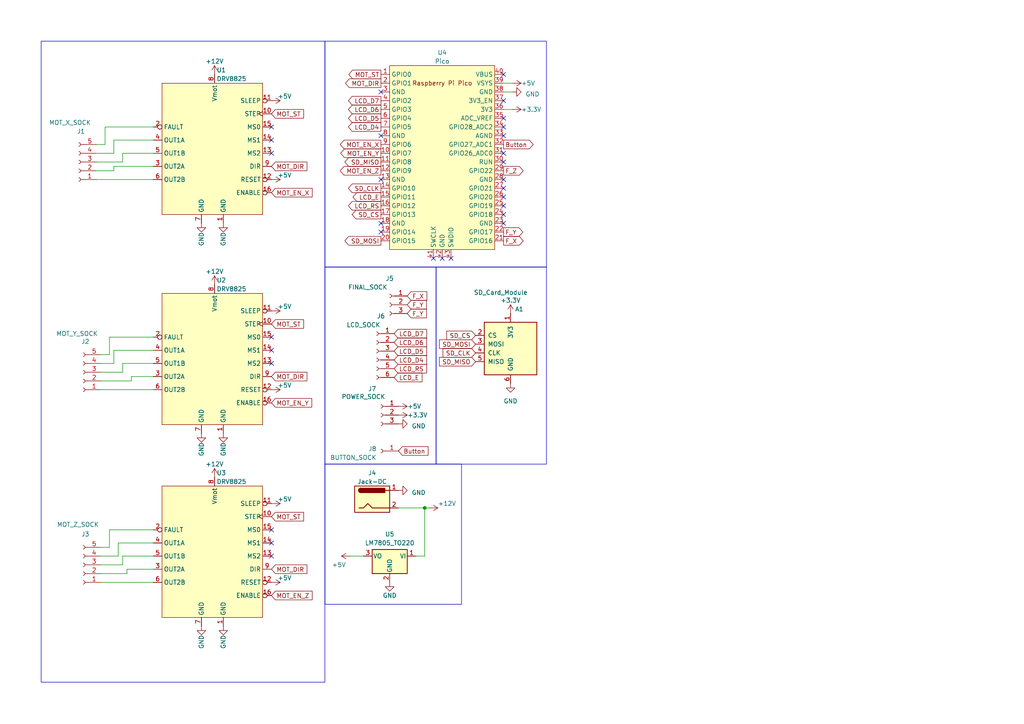
<source format=kicad_sch>
(kicad_sch (version 20230121) (generator eeschema)
  (paper "A4")
  (lib_symbols
    (symbol "ATSS_Library:DRV8825"
      (property "Reference" "U" (at -5.08 8.89 0))
      (property "Value" "DRV8825" (at 6.35 -12.7 0))
      (symbol "DRV8825_1_1"
        (rectangle (start -7.62 6.35) (end 21.59 -31.75) (fill (type background)))
        (pin input line (at 3.81 -34.29 90) (length 2.54) (name "GND") (number "1"))
        (pin input clock (at -10.16 -2.54 0) (length 2.54) (name "STEP") (number "10"))
        (pin input inverted (at -10.16 1.27 0) (length 2.54) (name "SLEEP") (number "11"))
        (pin input inverted (at -10.16 -21.59 0) (length 2.54) (name "RESET") (number "12"))
        (pin input line (at -10.16 -13.97 0) (length 2.54) (name "MS2") (number "13"))
        (pin input line (at -10.16 -10.16 0) (length 2.54) (name "MS1") (number "14"))
        (pin input line (at -10.16 -6.35 0) (length 2.54) (name "MS0") (number "15"))
        (pin input inverted (at -10.16 -25.4 0) (length 2.54) (name "ENABLE") (number "16"))
        (pin output inverted (at 24.13 -6.35 180) (length 2.54) (name "FAULT") (number "2"))
        (pin output line (at 24.13 -17.78 180) (length 2.54) (name "OUT2A") (number "3"))
        (pin output line (at 24.13 -10.16 180) (length 2.54) (name "OUT1A") (number "4"))
        (pin output line (at 24.13 -13.97 180) (length 2.54) (name "OUT1B") (number "5"))
        (pin output line (at 24.13 -21.59 180) (length 2.54) (name "OUT2B") (number "6"))
        (pin input line (at 10.16 -34.29 90) (length 2.54) (name "GND") (number "7"))
        (pin input line (at 6.35 8.89 270) (length 2.54) (name "Vmot") (number "8"))
        (pin input line (at -10.16 -17.78 0) (length 2.54) (name "DIR") (number "9"))
      )
    )
    (symbol "Arduino_Peripherals:SD_Card_Module" (pin_names (offset 1.016))
      (property "Reference" "A" (at -7.62 10.16 0))
      (property "Value" "SD_Card_Module" (at 10.16 10.16 0))
      (symbol "SD_Card_Module_0_1"
        (rectangle (start -7.62 7.62) (end 7.62 -7.62) (stroke (width 0.254)) (fill (type background)))
      )
      (symbol "SD_Card_Module_1_1"
        (pin power_in line (at 0 10.16 270) (length 2.54) (name "3V3") (number "1"))
        (pin input line (at -10.16 3.81 0) (length 2.54) (name "CS") (number "2"))
        (pin input line (at -10.16 1.27 0) (length 2.54) (name "MOSI") (number "3"))
        (pin input line (at -10.16 -1.27 0) (length 2.54) (name "CLK") (number "4"))
        (pin output line (at -10.16 -3.81 0) (length 2.54) (name "MISO") (number "5"))
        (pin power_in line (at 0 -10.16 90) (length 2.54) (name "GND") (number "6"))
      )
    )
    (symbol "Connector:Conn_01x01_Socket" (pin_names (offset 1.016) hide)
      (property "Reference" "J" (at 0 2.54 0))
      (property "Value" "Conn_01x01_Socket" (at 0 -2.54 0))
      (symbol "Conn_01x01_Socket_1_1"
        (polyline (pts (xy -1.27 0) (xy -0.508 0)) (stroke (width 0.1524)))
        (arc (start 0 0.508) (mid -0.5058 0) (end 0 -0.508) (stroke (width 0.1524)))
        (pin passive line (at -5.08 0 0) (length 3.81) (name "Pin_1") (number "1"))
      )
    )
    (symbol "Connector:Conn_01x03_Socket" (pin_names (offset 1.016) hide)
      (property "Reference" "J" (at 0 5.08 0))
      (property "Value" "Conn_01x03_Socket" (at 0 -5.08 0))
      (symbol "Conn_01x03_Socket_1_1"
        (arc (start 0 -2.032) (mid -0.5058 -2.54) (end 0 -3.048) (stroke (width 0.1524)))
        (polyline (pts (xy -1.27 -2.54) (xy -0.508 -2.54)) (stroke (width 0.1524)))
        (polyline (pts (xy -1.27 0) (xy -0.508 0)) (stroke (width 0.1524)))
        (polyline (pts (xy -1.27 2.54) (xy -0.508 2.54)) (stroke (width 0.1524)))
        (arc (start 0 0.508) (mid -0.5058 0) (end 0 -0.508) (stroke (width 0.1524)))
        (arc (start 0 3.048) (mid -0.5058 2.54) (end 0 2.032) (stroke (width 0.1524)))
        (pin passive line (at -5.08 2.54 0) (length 3.81) (name "Pin_1") (number "1"))
        (pin passive line (at -5.08 0 0) (length 3.81) (name "Pin_2") (number "2"))
        (pin passive line (at -5.08 -2.54 0) (length 3.81) (name "Pin_3") (number "3"))
      )
    )
    (symbol "Connector:Conn_01x05_Socket" (pin_names (offset 1.016) hide)
      (property "Reference" "J" (at 0 7.62 0))
      (property "Value" "Conn_01x05_Socket" (at 0 -7.62 0))
      (symbol "Conn_01x05_Socket_1_1"
        (arc (start 0 -4.572) (mid -0.5058 -5.08) (end 0 -5.588) (stroke (width 0.1524)))
        (arc (start 0 -2.032) (mid -0.5058 -2.54) (end 0 -3.048) (stroke (width 0.1524)))
        (polyline (pts (xy -1.27 -5.08) (xy -0.508 -5.08)) (stroke (width 0.1524)))
        (polyline (pts (xy -1.27 -2.54) (xy -0.508 -2.54)) (stroke (width 0.1524)))
        (polyline (pts (xy -1.27 0) (xy -0.508 0)) (stroke (width 0.1524)))
        (polyline (pts (xy -1.27 2.54) (xy -0.508 2.54)) (stroke (width 0.1524)))
        (polyline (pts (xy -1.27 5.08) (xy -0.508 5.08)) (stroke (width 0.1524)))
        (arc (start 0 0.508) (mid -0.5058 0) (end 0 -0.508) (stroke (width 0.1524)))
        (arc (start 0 3.048) (mid -0.5058 2.54) (end 0 2.032) (stroke (width 0.1524)))
        (arc (start 0 5.588) (mid -0.5058 5.08) (end 0 4.572) (stroke (width 0.1524)))
        (pin passive line (at -5.08 5.08 0) (length 3.81) (name "Pin_1") (number "1"))
        (pin passive line (at -5.08 2.54 0) (length 3.81) (name "Pin_2") (number "2"))
        (pin passive line (at -5.08 0 0) (length 3.81) (name "Pin_3") (number "3"))
        (pin passive line (at -5.08 -2.54 0) (length 3.81) (name "Pin_4") (number "4"))
        (pin passive line (at -5.08 -5.08 0) (length 3.81) (name "Pin_5") (number "5"))
      )
    )
    (symbol "Connector:Conn_01x06_Socket" (pin_names (offset 1.016) hide)
      (property "Reference" "J" (at 0 7.62 0))
      (property "Value" "Conn_01x06_Socket" (at 0 -10.16 0))
      (symbol "Conn_01x06_Socket_1_1"
        (arc (start 0 -7.112) (mid -0.5058 -7.62) (end 0 -8.128) (stroke (width 0.1524)))
        (arc (start 0 -4.572) (mid -0.5058 -5.08) (end 0 -5.588) (stroke (width 0.1524)))
        (arc (start 0 -2.032) (mid -0.5058 -2.54) (end 0 -3.048) (stroke (width 0.1524)))
        (polyline (pts (xy -1.27 -7.62) (xy -0.508 -7.62)) (stroke (width 0.1524)))
        (polyline (pts (xy -1.27 -5.08) (xy -0.508 -5.08)) (stroke (width 0.1524)))
        (polyline (pts (xy -1.27 -2.54) (xy -0.508 -2.54)) (stroke (width 0.1524)))
        (polyline (pts (xy -1.27 0) (xy -0.508 0)) (stroke (width 0.1524)))
        (polyline (pts (xy -1.27 2.54) (xy -0.508 2.54)) (stroke (width 0.1524)))
        (polyline (pts (xy -1.27 5.08) (xy -0.508 5.08)) (stroke (width 0.1524)))
        (arc (start 0 0.508) (mid -0.5058 0) (end 0 -0.508) (stroke (width 0.1524)))
        (arc (start 0 3.048) (mid -0.5058 2.54) (end 0 2.032) (stroke (width 0.1524)))
        (arc (start 0 5.588) (mid -0.5058 5.08) (end 0 4.572) (stroke (width 0.1524)))
        (pin passive line (at -5.08 5.08 0) (length 3.81) (name "Pin_1") (number "1"))
        (pin passive line (at -5.08 2.54 0) (length 3.81) (name "Pin_2") (number "2"))
        (pin passive line (at -5.08 0 0) (length 3.81) (name "Pin_3") (number "3"))
        (pin passive line (at -5.08 -2.54 0) (length 3.81) (name "Pin_4") (number "4"))
        (pin passive line (at -5.08 -5.08 0) (length 3.81) (name "Pin_5") (number "5"))
        (pin passive line (at -5.08 -7.62 0) (length 3.81) (name "Pin_6") (number "6"))
      )
    )
    (symbol "Connector:Jack-DC" (pin_names (offset 1.016))
      (property "Reference" "J" (at 0 5.334 0))
      (property "Value" "Jack-DC" (at 0 -5.08 0))
      (symbol "Jack-DC_0_1"
        (rectangle (start -5.08 3.81) (end 5.08 -3.81) (stroke (width 0.254)) (fill (type background)))
        (arc (start -3.302 3.175) (mid -3.9343 2.54) (end -3.302 1.905) (stroke (width 0.254)))
        (arc (start -3.302 3.175) (mid -3.9343 2.54) (end -3.302 1.905) (stroke (width 0.254)) (fill (type outline)))
        (polyline (pts (xy 5.08 2.54) (xy 3.81 2.54)) (stroke (width 0.254)))
        (polyline (pts (xy -3.81 -2.54) (xy -2.54 -2.54) (xy -1.27 -1.27) (xy 0 -2.54) (xy 2.54 -2.54) (xy 5.08 -2.54)) (stroke (width 0.254)))
        (rectangle (start 3.683 3.175) (end -3.302 1.905) (stroke (width 0.254)) (fill (type outline)))
      )
      (symbol "Jack-DC_1_1"
        (pin passive line (at 7.62 2.54 180) (length 2.54) (name "~") (number "1"))
        (pin passive line (at 7.62 -2.54 180) (length 2.54) (name "~") (number "2"))
      )
    )
    (symbol "MCU_RaspberryPi_and_Boards:Pico"
      (property "Reference" "U" (at -13.97 27.94 0))
      (property "Value" "Pico" (at 0 19.05 0))
      (symbol "Pico_0_0"
        (text "Raspberry Pi Pico" (at 0 21.59 0) (effects (font (size 1.27 1.27))))
      )
      (symbol "Pico_0_1"
        (rectangle (start -15.24 26.67) (end 15.24 -26.67) (fill (type background)))
      )
      (symbol "Pico_1_1"
        (pin bidirectional line (at -17.78 24.13 0) (length 2.54) (name "GPIO0") (number "1"))
        (pin bidirectional line (at -17.78 1.27 0) (length 2.54) (name "GPIO7") (number "10"))
        (pin bidirectional line (at -17.78 -1.27 0) (length 2.54) (name "GPIO8") (number "11"))
        (pin bidirectional line (at -17.78 -3.81 0) (length 2.54) (name "GPIO9") (number "12"))
        (pin power_in line (at -17.78 -6.35 0) (length 2.54) (name "GND") (number "13"))
        (pin bidirectional line (at -17.78 -8.89 0) (length 2.54) (name "GPIO10") (number "14"))
        (pin bidirectional line (at -17.78 -11.43 0) (length 2.54) (name "GPIO11") (number "15"))
        (pin bidirectional line (at -17.78 -13.97 0) (length 2.54) (name "GPIO12") (number "16"))
        (pin bidirectional line (at -17.78 -16.51 0) (length 2.54) (name "GPIO13") (number "17"))
        (pin power_in line (at -17.78 -19.05 0) (length 2.54) (name "GND") (number "18"))
        (pin bidirectional line (at -17.78 -21.59 0) (length 2.54) (name "GPIO14") (number "19"))
        (pin bidirectional line (at -17.78 21.59 0) (length 2.54) (name "GPIO1") (number "2"))
        (pin bidirectional line (at -17.78 -24.13 0) (length 2.54) (name "GPIO15") (number "20"))
        (pin bidirectional line (at 17.78 -24.13 180) (length 2.54) (name "GPIO16") (number "21"))
        (pin bidirectional line (at 17.78 -21.59 180) (length 2.54) (name "GPIO17") (number "22"))
        (pin power_in line (at 17.78 -19.05 180) (length 2.54) (name "GND") (number "23"))
        (pin bidirectional line (at 17.78 -16.51 180) (length 2.54) (name "GPIO18") (number "24"))
        (pin bidirectional line (at 17.78 -13.97 180) (length 2.54) (name "GPIO19") (number "25"))
        (pin bidirectional line (at 17.78 -11.43 180) (length 2.54) (name "GPIO20") (number "26"))
        (pin bidirectional line (at 17.78 -8.89 180) (length 2.54) (name "GPIO21") (number "27"))
        (pin power_in line (at 17.78 -6.35 180) (length 2.54) (name "GND") (number "28"))
        (pin bidirectional line (at 17.78 -3.81 180) (length 2.54) (name "GPIO22") (number "29"))
        (pin power_in line (at -17.78 19.05 0) (length 2.54) (name "GND") (number "3"))
        (pin input line (at 17.78 -1.27 180) (length 2.54) (name "RUN") (number "30"))
        (pin bidirectional line (at 17.78 1.27 180) (length 2.54) (name "GPIO26_ADC0") (number "31"))
        (pin bidirectional line (at 17.78 3.81 180) (length 2.54) (name "GPIO27_ADC1") (number "32"))
        (pin power_in line (at 17.78 6.35 180) (length 2.54) (name "AGND") (number "33"))
        (pin bidirectional line (at 17.78 8.89 180) (length 2.54) (name "GPIO28_ADC2") (number "34"))
        (pin power_in line (at 17.78 11.43 180) (length 2.54) (name "ADC_VREF") (number "35"))
        (pin power_in line (at 17.78 13.97 180) (length 2.54) (name "3V3") (number "36"))
        (pin input line (at 17.78 16.51 180) (length 2.54) (name "3V3_EN") (number "37"))
        (pin bidirectional line (at 17.78 19.05 180) (length 2.54) (name "GND") (number "38"))
        (pin power_in line (at 17.78 21.59 180) (length 2.54) (name "VSYS") (number "39"))
        (pin bidirectional line (at -17.78 16.51 0) (length 2.54) (name "GPIO2") (number "4"))
        (pin power_in line (at 17.78 24.13 180) (length 2.54) (name "VBUS") (number "40"))
        (pin input line (at -2.54 -29.21 90) (length 2.54) (name "SWCLK") (number "41"))
        (pin power_in line (at 0 -29.21 90) (length 2.54) (name "GND") (number "42"))
        (pin bidirectional line (at 2.54 -29.21 90) (length 2.54) (name "SWDIO") (number "43"))
        (pin bidirectional line (at -17.78 13.97 0) (length 2.54) (name "GPIO3") (number "5"))
        (pin bidirectional line (at -17.78 11.43 0) (length 2.54) (name "GPIO4") (number "6"))
        (pin bidirectional line (at -17.78 8.89 0) (length 2.54) (name "GPIO5") (number "7"))
        (pin power_in line (at -17.78 6.35 0) (length 2.54) (name "GND") (number "8"))
        (pin bidirectional line (at -17.78 3.81 0) (length 2.54) (name "GPIO6") (number "9"))
      )
    )
    (symbol "Regulator_Linear:LM7805_TO220" (pin_names (offset 0.254))
      (property "Reference" "U" (at -3.81 3.175 0))
      (property "Value" "LM7805_TO220" (at 0 3.175 0))
      (symbol "LM7805_TO220_0_1"
        (rectangle (start -5.08 1.905) (end 5.08 -5.08) (stroke (width 0.254)) (fill (type background)))
      )
      (symbol "LM7805_TO220_1_1"
        (pin power_in line (at -7.62 0 0) (length 2.54) (name "VI") (number "1"))
        (pin power_in line (at 0 -7.62 90) (length 2.54) (name "GND") (number "2"))
        (pin power_out line (at 7.62 0 180) (length 2.54) (name "VO") (number "3"))
      )
    )
    (symbol "power:+12V" (power) (pin_names (offset 0))
      (property "Value" "+12V" (at 0 3.556 0))
      (symbol "+12V_0_1"
        (polyline (pts (xy -0.762 1.27) (xy 0 2.54)))
        (polyline (pts (xy 0 0) (xy 0 2.54)))
        (polyline (pts (xy 0 2.54) (xy 0.762 1.27)))
      )
      (symbol "+12V_1_1"
        (pin power_in line (at 0 0 90) (length 0) hide (name "+12V") (number "1"))
      )
    )
    (symbol "power:+3.3V" (power) (pin_names (offset 0))
      (property "Value" "+3.3V" (at 0 3.556 0))
      (symbol "+3.3V_0_1"
        (polyline (pts (xy -0.762 1.27) (xy 0 2.54)))
        (polyline (pts (xy 0 0) (xy 0 2.54)))
        (polyline (pts (xy 0 2.54) (xy 0.762 1.27)))
      )
      (symbol "+3.3V_1_1"
        (pin power_in line (at 0 0 90) (length 0) hide (name "+3.3V") (number "1"))
      )
    )
    (symbol "power:+5V" (power) (pin_names (offset 0))
      (property "Value" "+5V" (at 0 3.556 0))
      (symbol "+5V_0_1"
        (polyline (pts (xy -0.762 1.27) (xy 0 2.54)))
        (polyline (pts (xy 0 0) (xy 0 2.54)))
        (polyline (pts (xy 0 2.54) (xy 0.762 1.27)))
      )
      (symbol "+5V_1_1"
        (pin power_in line (at 0 0 90) (length 0) hide (name "+5V") (number "1"))
      )
    )
    (symbol "power:GND" (power) (pin_names (offset 0))
      (property "Value" "GND" (at 0 -3.81 0))
      (symbol "GND_0_1"
        (polyline (pts (xy 0 0) (xy 0 -1.27) (xy 1.27 -1.27) (xy 0 -2.54) (xy -1.27 -1.27) (xy 0 -1.27)))
      )
      (symbol "GND_1_1"
        (pin power_in line (at 0 0 270) (length 0) hide (name "GND") (number "1"))
      )
    )
  )
  (junction (at 123.19 147.32))
  (no_connect (at 146.05 21.59))
  (no_connect (at 146.05 59.69))
  (no_connect (at 146.05 64.77))
  (no_connect (at 110.49 26.67))
  (no_connect (at 110.49 67.31))
  (no_connect (at 78.74 101.6))
  (no_connect (at 78.74 44.45))
  (no_connect (at 78.74 105.41))
  (no_connect (at 128.27 74.93))
  (no_connect (at 78.74 161.29))
  (no_connect (at 110.49 64.77))
  (no_connect (at 125.73 74.93))
  (no_connect (at 110.49 52.07))
  (no_connect (at 78.74 36.83))
  (no_connect (at 146.05 52.07))
  (no_connect (at 130.81 74.93))
  (no_connect (at 146.05 29.21))
  (no_connect (at 78.74 157.48))
  (no_connect (at 146.05 62.23))
  (no_connect (at 78.74 97.79))
  (no_connect (at 146.05 39.37))
  (no_connect (at 78.74 153.67))
  (no_connect (at 110.49 39.37))
  (no_connect (at 146.05 36.83))
  (no_connect (at 78.74 40.64))
  (no_connect (at 146.05 54.61))
  (no_connect (at 146.05 44.45))
  (no_connect (at 146.05 46.99))
  (no_connect (at 146.05 34.29))
  (no_connect (at 146.05 57.15))
  (wire (pts (xy 30.48 36.83) (xy 44.45 36.83)))
  (wire (pts (xy 29.21 161.29) (xy 34.29 161.29)))
  (wire (pts (xy 38.1 109.22) (xy 44.45 109.22)))
  (wire (pts (xy 29.21 105.41) (xy 33.02 105.41)))
  (wire (pts (xy 33.02 105.41) (xy 33.02 101.6)))
  (wire (pts (xy 31.75 97.79) (xy 44.45 97.79)))
  (wire (pts (xy 35.56 46.99) (xy 27.94 46.99)))
  (wire (pts (xy 35.56 161.29) (xy 44.45 161.29)))
  (wire (pts (xy 146.05 31.75) (xy 148.59 31.75)))
  (wire (pts (xy 29.21 107.95) (xy 35.56 107.95)))
  (wire (pts (xy 36.83 166.37) (xy 36.83 165.1)))
  (wire (pts (xy 35.56 163.83) (xy 35.56 161.29)))
  (wire (pts (xy 33.02 48.26) (xy 33.02 49.53)))
  (wire (pts (xy 123.19 161.29) (xy 120.65 161.29)))
  (wire (pts (xy 44.45 44.45) (xy 35.56 44.45)))
  (wire (pts (xy 44.45 40.64) (xy 33.02 40.64)))
  (wire (pts (xy 44.45 48.26) (xy 33.02 48.26)))
  (wire (pts (xy 124.46 147.32) (xy 123.19 147.32)))
  (wire (pts (xy 31.75 102.87) (xy 29.21 102.87)))
  (wire (pts (xy 31.75 97.79) (xy 31.75 102.87)))
  (wire (pts (xy 31.75 153.67) (xy 31.75 158.75)))
  (wire (pts (xy 29.21 168.91) (xy 44.45 168.91)))
  (wire (pts (xy 29.21 166.37) (xy 36.83 166.37)))
  (wire (pts (xy 34.29 157.48) (xy 44.45 157.48)))
  (wire (pts (xy 30.48 41.91) (xy 27.94 41.91)))
  (wire (pts (xy 101.6 161.29) (xy 105.41 161.29)))
  (wire (pts (xy 38.1 110.49) (xy 38.1 109.22)))
  (wire (pts (xy 44.45 153.67) (xy 31.75 153.67)))
  (wire (pts (xy 35.56 44.45) (xy 35.56 46.99)))
  (wire (pts (xy 148.59 24.13) (xy 146.05 24.13)))
  (wire (pts (xy 33.02 49.53) (xy 27.94 49.53)))
  (wire (pts (xy 31.75 158.75) (xy 29.21 158.75)))
  (wire (pts (xy 34.29 161.29) (xy 34.29 157.48)))
  (wire (pts (xy 115.57 147.32) (xy 123.19 147.32)))
  (wire (pts (xy 27.94 52.07) (xy 44.45 52.07)))
  (wire (pts (xy 33.02 40.64) (xy 33.02 44.45)))
  (wire (pts (xy 30.48 36.83) (xy 30.48 41.91)))
  (wire (pts (xy 35.56 107.95) (xy 35.56 105.41)))
  (wire (pts (xy 33.02 44.45) (xy 27.94 44.45)))
  (wire (pts (xy 123.19 147.32) (xy 123.19 161.29)))
  (wire (pts (xy 146.05 26.67) (xy 148.59 26.67)))
  (wire (pts (xy 35.56 105.41) (xy 44.45 105.41)))
  (wire (pts (xy 29.21 110.49) (xy 38.1 110.49)))
  (wire (pts (xy 33.02 101.6) (xy 44.45 101.6)))
  (wire (pts (xy 29.21 163.83) (xy 35.56 163.83)))
  (wire (pts (xy 29.21 113.03) (xy 44.45 113.03)))
  (wire (pts (xy 36.83 165.1) (xy 44.45 165.1)))
  (rectangle (start 94.234 11.938) (end 158.496 77.47))
  (rectangle (start 94.234 77.47) (end 126.492 134.62))
  (rectangle (start 11.938 11.938) (end 94.234 197.866))
  (rectangle (start 94.234 134.62) (end 133.858 175.26))
  (rectangle (start 126.492 77.47) (end 158.496 134.62))
  (global_label "MOT_EN_Y" (shape output) (at 110.49 44.45 180) (property "Intersheetrefs" "${INTERSHEET_REFS}" (effects hide)))
  (global_label "LCD_RS" (shape input) (at 114.3 106.934 0) (property "Intersheetrefs" "${INTERSHEET_REFS}" (effects hide)))
  (global_label "LCD_D7" (shape output) (at 110.49 29.21 180) (property "Intersheetrefs" "${INTERSHEET_REFS}" (effects hide)))
  (global_label "LCD_D5" (shape output) (at 110.49 34.29 180) (property "Intersheetrefs" "${INTERSHEET_REFS}" (effects hide)))
  (global_label "SD_CS" (shape input) (at 137.922 97.282 180) (property "Intersheetrefs" "${INTERSHEET_REFS}" (effects hide)))
  (global_label "LCD_RS" (shape output) (at 110.49 59.69 180) (property "Intersheetrefs" "${INTERSHEET_REFS}" (effects hide)))
  (global_label "MOT_ST" (shape output) (at 110.49 21.59 180) (property "Intersheetrefs" "${INTERSHEET_REFS}" (effects hide)))
  (global_label "LCD_D6" (shape output) (at 110.49 31.75 180) (property "Intersheetrefs" "${INTERSHEET_REFS}" (effects hide)))
  (global_label "SD_MISO" (shape input) (at 137.922 104.902 180) (property "Intersheetrefs" "${INTERSHEET_REFS}" (effects hide)))
  (global_label "LCD_D4" (shape input) (at 114.3 104.394 0) (property "Intersheetrefs" "${INTERSHEET_REFS}" (effects hide)))
  (global_label "MOT_DIR" (shape input) (at 78.74 109.22 0) (property "Intersheetrefs" "${INTERSHEET_REFS}" (effects hide)))
  (global_label "MOT_EN_X" (shape output) (at 110.49 41.91 180) (property "Intersheetrefs" "${INTERSHEET_REFS}" (effects hide)))
  (global_label "LCD_D5" (shape input) (at 114.3 101.854 0) (property "Intersheetrefs" "${INTERSHEET_REFS}" (effects hide)))
  (global_label "MOT_ST" (shape input) (at 78.74 149.86 0) (property "Intersheetrefs" "${INTERSHEET_REFS}" (effects hide)))
  (global_label "LCD_D6" (shape input) (at 114.3 99.314 0) (property "Intersheetrefs" "${INTERSHEET_REFS}" (effects hide)))
  (global_label "LCD_E" (shape output) (at 110.49 57.15 180) (property "Intersheetrefs" "${INTERSHEET_REFS}" (effects hide)))
  (global_label "SD_CLK" (shape output) (at 110.49 54.61 180) (property "Intersheetrefs" "${INTERSHEET_REFS}" (effects hide)))
  (global_label "MOT_DIR" (shape output) (at 110.49 24.13 180) (property "Intersheetrefs" "${INTERSHEET_REFS}" (effects hide)))
  (global_label "SD_CLK" (shape input) (at 137.922 102.362 180) (property "Intersheetrefs" "${INTERSHEET_REFS}" (effects hide)))
  (global_label "F_X" (shape input) (at 118.11 85.852 0) (property "Intersheetrefs" "${INTERSHEET_REFS}" (effects hide)))
  (global_label "LCD_D7" (shape input) (at 114.3 96.774 0) (property "Intersheetrefs" "${INTERSHEET_REFS}" (effects hide)))
  (global_label "Button" (shape output) (at 146.05 41.91 0) (property "Intersheetrefs" "${INTERSHEET_REFS}" (effects hide)))
  (global_label "F_Z" (shape output) (at 146.05 49.53 0) (property "Intersheetrefs" "${INTERSHEET_REFS}" (effects hide)))
  (global_label "MOT_EN_Y" (shape input) (at 78.74 116.84 0) (property "Intersheetrefs" "${INTERSHEET_REFS}" (effects hide)))
  (global_label "LCD_E" (shape input) (at 114.3 109.474 0) (property "Intersheetrefs" "${INTERSHEET_REFS}" (effects hide)))
  (global_label "SD_CS" (shape output) (at 110.49 62.23 180) (property "Intersheetrefs" "${INTERSHEET_REFS}" (effects hide)))
  (global_label "SD_MISO" (shape output) (at 110.49 46.99 180) (property "Intersheetrefs" "${INTERSHEET_REFS}" (effects hide)))
  (global_label "MOT_ST" (shape input) (at 78.74 33.02 0) (property "Intersheetrefs" "${INTERSHEET_REFS}" (effects hide)))
  (global_label "MOT_EN_X" (shape input) (at 78.74 55.88 0) (property "Intersheetrefs" "${INTERSHEET_REFS}" (effects hide)))
  (global_label "MOT_DIR" (shape input) (at 78.74 48.26 0) (property "Intersheetrefs" "${INTERSHEET_REFS}" (effects hide)))
  (global_label "MOT_EN_Z" (shape input) (at 78.74 172.72 0) (property "Intersheetrefs" "${INTERSHEET_REFS}" (effects hide)))
  (global_label "F_X" (shape output) (at 146.05 69.85 0) (property "Intersheetrefs" "${INTERSHEET_REFS}" (effects hide)))
  (global_label "MOT_ST" (shape input) (at 78.74 93.98 0) (property "Intersheetrefs" "${INTERSHEET_REFS}" (effects hide)))
  (global_label "SD_MOSI" (shape output) (at 110.49 69.85 180) (property "Intersheetrefs" "${INTERSHEET_REFS}" (effects hide)))
  (global_label "F_Y" (shape output) (at 146.05 67.31 0) (property "Intersheetrefs" "${INTERSHEET_REFS}" (effects hide)))
  (global_label "F_Y" (shape input) (at 118.11 88.392 0) (property "Intersheetrefs" "${INTERSHEET_REFS}" (effects hide)))
  (global_label "Button" (shape input) (at 115.57 130.81 0) (property "Intersheetrefs" "${INTERSHEET_REFS}" (effects hide)))
  (global_label "MOT_EN_Z" (shape output) (at 110.49 49.53 180) (property "Intersheetrefs" "${INTERSHEET_REFS}" (effects hide)))
  (global_label "SD_MOSI" (shape input) (at 137.922 99.822 180) (property "Intersheetrefs" "${INTERSHEET_REFS}" (effects hide)))
  (global_label "MOT_DIR" (shape input) (at 78.74 165.1 0) (property "Intersheetrefs" "${INTERSHEET_REFS}" (effects hide)))
  (global_label "F_Y" (shape input) (at 118.11 90.932 0) (property "Intersheetrefs" "${INTERSHEET_REFS}" (effects hide)))
  (global_label "LCD_D4" (shape output) (at 110.49 36.83 180) (property "Intersheetrefs" "${INTERSHEET_REFS}" (effects hide)))
  (symbol (lib_id "power:+5V") (at 78.74 90.17 270) (unit 1)
    (property "Reference" "#PWR015" (effects hide))
    (property "Value" "+5V" (at 82.55 88.9 90))
  )
  (symbol (lib_id "power:+3.3V") (at 148.59 31.75 270) (unit 1)
    (property "Reference" "#PWR024" (effects hide))
    (property "Value" "+3.3V" (at 151.13 31.75 90) (effects (justify left)))
  )
  (symbol (lib_id "power:+5V") (at 78.74 146.05 270) (unit 1)
    (property "Reference" "#PWR017" (effects hide))
    (property "Value" "+5V" (at 82.55 144.78 90))
  )
  (symbol (lib_id "Regulator_Linear:LM7805_TO220") (at 113.03 161.29 0) (mirror y) (unit 1)
    (property "Reference" "U5" (at 113.03 154.94 0))
    (property "Value" "LM7805_TO220" (at 113.03 157.48 0))
    (property "Datasheet" "https://www.onsemi.cn/PowerSolutions/document/MC7800-D.PDF" (effects hide))
  )
  (symbol (lib_id "Connector:Conn_01x06_Socket") (at 109.22 101.854 0) (mirror y) (unit 1)
    (property "Reference" "J6" (at 110.49 91.694 0))
    (property "Value" "LCD_SOCK" (at 105.41 94.234 0))
    (property "Footprint" "Connector_PinSocket_2.54mm:PinSocket_1x06_P2.54mm_Vertical" (effects hide))
  )
  (symbol (lib_id "power:+5V") (at 101.6 161.29 90) (unit 1)
    (property "Reference" "#PWR031" (effects hide))
    (property "Value" "+5V" (at 100.33 163.83 90) (effects (justify left)))
  )
  (symbol (lib_id "Connector:Conn_01x03_Socket") (at 113.03 88.392 0) (mirror y) (unit 1)
    (property "Reference" "J5" (at 113.03 80.772 0))
    (property "Value" "FINAL_SOCK" (at 106.68 83.312 0))
    (property "Footprint" "Connector_PinSocket_2.54mm:PinSocket_1x03_P2.54mm_Vertical" (effects hide))
  )
  (symbol (lib_id "ATSS_Library:DRV8825") (at 68.58 30.48 0) (mirror y) (unit 1)
    (property "Reference" "U1" (at 62.8141 20.32 0) (effects (justify right)))
    (property "Value" "DRV8825" (at 62.8141 22.86 0) (effects (justify right)))
  )
  (symbol (lib_id "power:+5V") (at 115.57 117.856 270) (unit 1)
    (property "Reference" "#PWR01" (effects hide))
    (property "Value" "+5V" (at 118.11 117.856 90) (effects (justify left)))
  )
  (symbol (lib_id "power:GND") (at 115.57 122.936 90) (unit 1)
    (property "Reference" "#PWR02" (effects hide))
    (property "Value" "GND" (at 119.38 123.571 90) (effects (justify right)))
  )
  (symbol (lib_id "power:+12V") (at 62.23 82.55 0) (unit 1)
    (property "Reference" "#PWR08" (effects hide))
    (property "Value" "+12V" (at 62.23 78.74 0))
  )
  (symbol (lib_id "power:+12V") (at 62.23 138.43 0) (unit 1)
    (property "Reference" "#PWR09" (effects hide))
    (property "Value" "+12V" (at 62.23 134.62 0))
  )
  (symbol (lib_id "power:GND") (at 148.59 26.67 90) (unit 1)
    (property "Reference" "#PWR025" (effects hide))
    (property "Value" "GND" (at 152.4 27.305 90) (effects (justify right)))
  )
  (symbol (lib_id "power:+5V") (at 78.74 29.21 270) (unit 1)
    (property "Reference" "#PWR013" (effects hide))
    (property "Value" "+5V" (at 82.55 27.94 90))
  )
  (symbol (lib_id "Connector:Conn_01x05_Socket") (at 24.13 107.95 180) (unit 1)
    (property "Reference" "J2" (at 24.765 99.06 0))
    (property "Value" "MOT_Y_SOCK" (at 22.352 96.774 0))
    (property "Footprint" "Connector_PinSocket_2.54mm:PinSocket_1x05_P2.54mm_Vertical" (effects hide))
  )
  (symbol (lib_id "power:GND") (at 58.42 125.73 0) (unit 1)
    (property "Reference" "#PWR05" (effects hide))
    (property "Value" "GND" (at 58.42 128.27 90) (effects (justify right)))
  )
  (symbol (lib_id "Connector:Jack-DC") (at 107.95 144.78 0) (unit 1)
    (property "Reference" "J4" (at 107.95 137.16 0))
    (property "Value" "Jack-DC" (at 107.95 139.7 0))
    (property "Footprint" "Connector_BarrelJack:BarrelJack_Horizontal" (effects hide))
  )
  (symbol (lib_id "ATSS_Library:DRV8825") (at 68.58 91.44 0) (mirror y) (unit 1)
    (property "Reference" "U2" (at 62.8141 81.28 0) (effects (justify right)))
    (property "Value" "DRV8825" (at 62.8141 83.82 0) (effects (justify right)))
  )
  (symbol (lib_id "Connector:Conn_01x03_Socket") (at 110.49 120.396 0) (mirror y) (unit 1)
    (property "Reference" "J7" (at 107.95 112.776 0))
    (property "Value" "POWER_SOCK" (at 105.41 115.062 0))
    (property "Footprint" "Connector_PinSocket_2.54mm:PinSocket_1x03_P2.54mm_Vertical" (effects hide))
  )
  (symbol (lib_id "power:GND") (at 113.03 168.91 0) (unit 1)
    (property "Reference" "#PWR032" (effects hide))
    (property "Value" "GND" (at 113.03 172.72 0))
  )
  (symbol (lib_id "power:+5V") (at 78.74 168.91 270) (unit 1)
    (property "Reference" "#PWR018" (effects hide))
    (property "Value" "+5V" (at 82.55 167.64 90))
  )
  (symbol (lib_id "power:+5V") (at 148.59 24.13 270) (unit 1)
    (property "Reference" "#PWR023" (effects hide))
    (property "Value" "+5V" (at 151.13 24.13 90) (effects (justify left)))
  )
  (symbol (lib_id "Connector:Conn_01x05_Socket") (at 22.86 46.99 180) (unit 1)
    (property "Reference" "J1" (at 23.495 38.1 0))
    (property "Value" "MOT_X_SOCK" (at 20.32 35.56 0))
    (property "Footprint" "Connector_PinSocket_2.54mm:PinSocket_1x05_P2.54mm_Vertical" (effects hide))
  )
  (symbol (lib_id "Arduino_Peripherals:SD_Card_Module") (at 148.082 101.092 0) (unit 1)
    (property "Reference" "A1" (at 149.352 89.662 0) (effects (justify left)))
    (property "Value" "SD_Card_Module" (at 137.414 84.836 0) (effects (justify left)))
    (property "Footprint" "Arduino_Peripherals:SD_Card_Module" (effects hide))
  )
  (symbol (lib_id "power:+3.3V") (at 115.57 120.396 270) (unit 1)
    (property "Reference" "#PWR03" (effects hide))
    (property "Value" "+3.3V" (at 118.11 120.396 90) (effects (justify left)))
  )
  (symbol (lib_id "power:GND") (at 64.77 125.73 0) (unit 1)
    (property "Reference" "#PWR011" (effects hide))
    (property "Value" "GND" (at 64.77 128.27 90) (effects (justify right)))
  )
  (symbol (lib_id "power:+5V") (at 78.74 52.07 270) (unit 1)
    (property "Reference" "#PWR014" (effects hide))
    (property "Value" "+5V" (at 82.55 50.8 90))
  )
  (symbol (lib_id "MCU_RaspberryPi_and_Boards:Pico") (at 128.27 45.72 0) (unit 1)
    (property "Reference" "U4" (at 128.27 15.24 0))
    (property "Value" "Pico" (at 128.27 17.78 0))
    (property "Footprint" "MCU_RaspberryPi_and_Boards:RPi_Pico_SMD_TH" (effects hide))
  )
  (symbol (lib_id "power:+3.3V") (at 148.082 90.932 0) (unit 1)
    (property "Reference" "#PWR029" (effects hide))
    (property "Value" "+3.3V" (at 148.082 87.122 0))
  )
  (symbol (lib_id "power:+12V") (at 124.46 147.32 270) (unit 1)
    (property "Reference" "#PWR034" (effects hide))
    (property "Value" "+12V" (at 127 146.05 90) (effects (justify left)))
  )
  (symbol (lib_id "power:+5V") (at 78.74 113.03 270) (unit 1)
    (property "Reference" "#PWR016" (effects hide))
    (property "Value" "+5V" (at 82.55 111.76 90))
  )
  (symbol (lib_id "power:GND") (at 64.77 64.77 0) (unit 1)
    (property "Reference" "#PWR010" (effects hide))
    (property "Value" "GND" (at 64.77 67.31 90) (effects (justify right)))
  )
  (symbol (lib_id "power:GND") (at 148.082 111.252 0) (unit 1)
    (property "Reference" "#PWR030" (effects hide))
    (property "Value" "GND" (at 148.082 116.332 0))
  )
  (symbol (lib_id "power:GND") (at 58.42 181.61 0) (unit 1)
    (property "Reference" "#PWR06" (effects hide))
    (property "Value" "GND" (at 58.42 184.15 90) (effects (justify right)))
  )
  (symbol (lib_id "ATSS_Library:DRV8825") (at 68.58 147.32 0) (mirror y) (unit 1)
    (property "Reference" "U3" (at 62.8141 137.16 0) (effects (justify right)))
    (property "Value" "DRV8825" (at 62.8141 139.7 0) (effects (justify right)))
  )
  (symbol (lib_id "Connector:Conn_01x05_Socket") (at 24.13 163.83 180) (unit 1)
    (property "Reference" "J3" (at 24.765 154.94 0))
    (property "Value" "MOT_Z_SOCK" (at 22.606 152.146 0))
    (property "Footprint" "Connector_PinSocket_2.54mm:PinSocket_1x05_P2.54mm_Vertical" (effects hide))
  )
  (symbol (lib_id "power:+12V") (at 62.23 21.59 0) (unit 1)
    (property "Reference" "#PWR07" (effects hide))
    (property "Value" "+12V" (at 62.23 17.78 0))
  )
  (symbol (lib_id "power:GND") (at 64.77 181.61 0) (unit 1)
    (property "Reference" "#PWR012" (effects hide))
    (property "Value" "GND" (at 64.77 184.15 90) (effects (justify right)))
  )
  (symbol (lib_id "Connector:Conn_01x01_Socket") (at 110.49 130.81 0) (mirror y) (unit 1)
    (property "Reference" "J8" (at 109.22 130.175 0) (effects (justify left)))
    (property "Value" "BUTTON_SOCK" (at 109.22 132.715 0) (effects (justify left)))
  )
  (symbol (lib_id "power:GND") (at 58.42 64.77 0) (unit 1)
    (property "Reference" "#PWR04" (effects hide))
    (property "Value" "GND" (at 58.42 67.31 90) (effects (justify right)))
  )
  (symbol (lib_id "power:GND") (at 115.57 142.24 90) (unit 1)
    (property "Reference" "#PWR033" (effects hide))
    (property "Value" "GND" (at 119.38 142.875 90) (effects (justify right)))
  )
)
</source>
